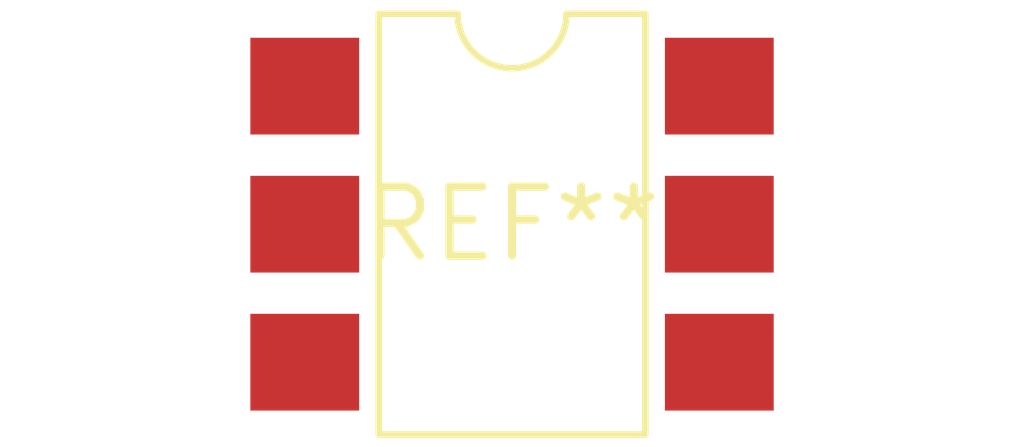
<source format=kicad_pcb>
(kicad_pcb (version 20240108) (generator pcbnew)
  (layers (0 "F.Cu" signal) (31 "B.Cu" signal) (34 "B.Paste" user) (35 "F.Paste" user) (36 "B.SilkS" user "B.Silkscreen") (37 "F.SilkS" user "F.Silkscreen") (38 "B.Mask" user) (39 "F.Mask" user) (44 "Edge.Cuts" user))
  (net 0 "")
  (footprint "SMDIP-6_W7.62mm" (layer "F.Cu") (at 0 0)
    (property "Reference" "REF**")
    (property "Value" "SMDIP-6_W7.62mm")
    (fp_line (start -2.45 -3.87) (end -2.45 3.87) (layer "F.SilkS") (stroke (width 0.12)))
    (fp_line (start -2.45 3.87) (end 2.45 3.87) (layer "F.SilkS") (stroke (width 0.12)))
    (fp_line (start -1 -3.87) (end -2.45 -3.87) (layer "F.SilkS") (stroke (width 0.12)))
    (fp_line (start 2.45 -3.87) (end 1 -3.87) (layer "F.SilkS") (stroke (width 0.12)))
    (fp_line (start 2.45 3.87) (end 2.45 -3.87) (layer "F.SilkS") (stroke (width 0.12)))
    (fp_arc (start 1 -3.87) (mid 0 -2.87) (end -1 -3.87) (layer "F.SilkS") (stroke (width 0.12)))
    (pad "1" smd rect (at -3.81 -2.54) (size 2 1.78) (layers "F.Cu" "F.Paste" "F.Mask"))
    (pad "2" smd rect (at -3.81 0) (size 2 1.78) (layers "F.Cu" "F.Paste" "F.Mask"))
    (pad "3" smd rect (at -3.81 2.54) (size 2 1.78) (layers "F.Cu" "F.Paste" "F.Mask"))
    (pad "4" smd rect (at 3.81 2.54) (size 2 1.78) (layers "F.Cu" "F.Paste" "F.Mask"))
    (pad "5" smd rect (at 3.81 0) (size 2 1.78) (layers "F.Cu" "F.Paste" "F.Mask"))
    (pad "6" smd rect (at 3.81 -2.54) (size 2 1.78) (layers "F.Cu" "F.Paste" "F.Mask"))
  )
)
</source>
